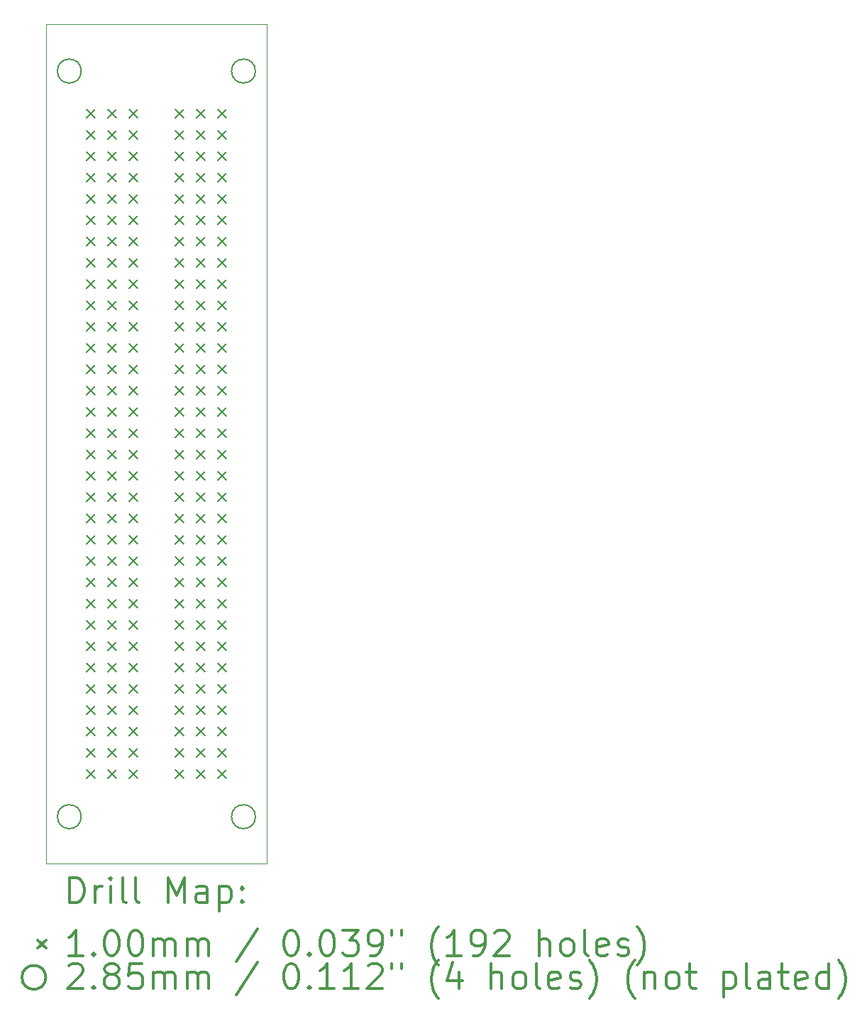
<source format=gbr>
%FSLAX45Y45*%
G04 Gerber Fmt 4.5, Leading zero omitted, Abs format (unit mm)*
G04 Created by KiCad (PCBNEW (5.1.7)-1) date 2022-02-14 00:20:51*
%MOMM*%
%LPD*%
G01*
G04 APERTURE LIST*
%TA.AperFunction,Profile*%
%ADD10C,0.100000*%
%TD*%
%ADD11C,0.200000*%
%ADD12C,0.300000*%
G04 APERTURE END LIST*
D10*
X3830000Y-1200000D02*
X3830000Y-11200000D01*
X1200000Y-1200000D02*
X3830000Y-1200000D01*
X1200000Y-11200000D02*
X1200000Y-1200000D01*
X3830000Y-11200000D02*
X1200000Y-11200000D01*
D11*
X1679500Y-2213000D02*
X1779500Y-2313000D01*
X1779500Y-2213000D02*
X1679500Y-2313000D01*
X1679500Y-2467000D02*
X1779500Y-2567000D01*
X1779500Y-2467000D02*
X1679500Y-2567000D01*
X1679500Y-2721000D02*
X1779500Y-2821000D01*
X1779500Y-2721000D02*
X1679500Y-2821000D01*
X1679500Y-2975000D02*
X1779500Y-3075000D01*
X1779500Y-2975000D02*
X1679500Y-3075000D01*
X1679500Y-3229000D02*
X1779500Y-3329000D01*
X1779500Y-3229000D02*
X1679500Y-3329000D01*
X1679500Y-3483000D02*
X1779500Y-3583000D01*
X1779500Y-3483000D02*
X1679500Y-3583000D01*
X1679500Y-3737000D02*
X1779500Y-3837000D01*
X1779500Y-3737000D02*
X1679500Y-3837000D01*
X1679500Y-3991000D02*
X1779500Y-4091000D01*
X1779500Y-3991000D02*
X1679500Y-4091000D01*
X1679500Y-4245000D02*
X1779500Y-4345000D01*
X1779500Y-4245000D02*
X1679500Y-4345000D01*
X1679500Y-4499000D02*
X1779500Y-4599000D01*
X1779500Y-4499000D02*
X1679500Y-4599000D01*
X1679500Y-4753000D02*
X1779500Y-4853000D01*
X1779500Y-4753000D02*
X1679500Y-4853000D01*
X1679500Y-5007000D02*
X1779500Y-5107000D01*
X1779500Y-5007000D02*
X1679500Y-5107000D01*
X1679500Y-5261000D02*
X1779500Y-5361000D01*
X1779500Y-5261000D02*
X1679500Y-5361000D01*
X1679500Y-5515000D02*
X1779500Y-5615000D01*
X1779500Y-5515000D02*
X1679500Y-5615000D01*
X1679500Y-5769000D02*
X1779500Y-5869000D01*
X1779500Y-5769000D02*
X1679500Y-5869000D01*
X1679500Y-6023000D02*
X1779500Y-6123000D01*
X1779500Y-6023000D02*
X1679500Y-6123000D01*
X1679500Y-6277000D02*
X1779500Y-6377000D01*
X1779500Y-6277000D02*
X1679500Y-6377000D01*
X1679500Y-6531000D02*
X1779500Y-6631000D01*
X1779500Y-6531000D02*
X1679500Y-6631000D01*
X1679500Y-6785000D02*
X1779500Y-6885000D01*
X1779500Y-6785000D02*
X1679500Y-6885000D01*
X1679500Y-7039000D02*
X1779500Y-7139000D01*
X1779500Y-7039000D02*
X1679500Y-7139000D01*
X1679500Y-7293000D02*
X1779500Y-7393000D01*
X1779500Y-7293000D02*
X1679500Y-7393000D01*
X1679500Y-7547000D02*
X1779500Y-7647000D01*
X1779500Y-7547000D02*
X1679500Y-7647000D01*
X1679500Y-7801000D02*
X1779500Y-7901000D01*
X1779500Y-7801000D02*
X1679500Y-7901000D01*
X1679500Y-8055000D02*
X1779500Y-8155000D01*
X1779500Y-8055000D02*
X1679500Y-8155000D01*
X1679500Y-8309000D02*
X1779500Y-8409000D01*
X1779500Y-8309000D02*
X1679500Y-8409000D01*
X1679500Y-8563000D02*
X1779500Y-8663000D01*
X1779500Y-8563000D02*
X1679500Y-8663000D01*
X1679500Y-8817000D02*
X1779500Y-8917000D01*
X1779500Y-8817000D02*
X1679500Y-8917000D01*
X1679500Y-9071000D02*
X1779500Y-9171000D01*
X1779500Y-9071000D02*
X1679500Y-9171000D01*
X1679500Y-9325000D02*
X1779500Y-9425000D01*
X1779500Y-9325000D02*
X1679500Y-9425000D01*
X1679500Y-9579000D02*
X1779500Y-9679000D01*
X1779500Y-9579000D02*
X1679500Y-9679000D01*
X1679500Y-9833000D02*
X1779500Y-9933000D01*
X1779500Y-9833000D02*
X1679500Y-9933000D01*
X1679500Y-10087000D02*
X1779500Y-10187000D01*
X1779500Y-10087000D02*
X1679500Y-10187000D01*
X1933500Y-2213000D02*
X2033500Y-2313000D01*
X2033500Y-2213000D02*
X1933500Y-2313000D01*
X1933500Y-2467000D02*
X2033500Y-2567000D01*
X2033500Y-2467000D02*
X1933500Y-2567000D01*
X1933500Y-2721000D02*
X2033500Y-2821000D01*
X2033500Y-2721000D02*
X1933500Y-2821000D01*
X1933500Y-2975000D02*
X2033500Y-3075000D01*
X2033500Y-2975000D02*
X1933500Y-3075000D01*
X1933500Y-3229000D02*
X2033500Y-3329000D01*
X2033500Y-3229000D02*
X1933500Y-3329000D01*
X1933500Y-3483000D02*
X2033500Y-3583000D01*
X2033500Y-3483000D02*
X1933500Y-3583000D01*
X1933500Y-3737000D02*
X2033500Y-3837000D01*
X2033500Y-3737000D02*
X1933500Y-3837000D01*
X1933500Y-3991000D02*
X2033500Y-4091000D01*
X2033500Y-3991000D02*
X1933500Y-4091000D01*
X1933500Y-4245000D02*
X2033500Y-4345000D01*
X2033500Y-4245000D02*
X1933500Y-4345000D01*
X1933500Y-4499000D02*
X2033500Y-4599000D01*
X2033500Y-4499000D02*
X1933500Y-4599000D01*
X1933500Y-4753000D02*
X2033500Y-4853000D01*
X2033500Y-4753000D02*
X1933500Y-4853000D01*
X1933500Y-5007000D02*
X2033500Y-5107000D01*
X2033500Y-5007000D02*
X1933500Y-5107000D01*
X1933500Y-5261000D02*
X2033500Y-5361000D01*
X2033500Y-5261000D02*
X1933500Y-5361000D01*
X1933500Y-5515000D02*
X2033500Y-5615000D01*
X2033500Y-5515000D02*
X1933500Y-5615000D01*
X1933500Y-5769000D02*
X2033500Y-5869000D01*
X2033500Y-5769000D02*
X1933500Y-5869000D01*
X1933500Y-6023000D02*
X2033500Y-6123000D01*
X2033500Y-6023000D02*
X1933500Y-6123000D01*
X1933500Y-6277000D02*
X2033500Y-6377000D01*
X2033500Y-6277000D02*
X1933500Y-6377000D01*
X1933500Y-6531000D02*
X2033500Y-6631000D01*
X2033500Y-6531000D02*
X1933500Y-6631000D01*
X1933500Y-6785000D02*
X2033500Y-6885000D01*
X2033500Y-6785000D02*
X1933500Y-6885000D01*
X1933500Y-7039000D02*
X2033500Y-7139000D01*
X2033500Y-7039000D02*
X1933500Y-7139000D01*
X1933500Y-7293000D02*
X2033500Y-7393000D01*
X2033500Y-7293000D02*
X1933500Y-7393000D01*
X1933500Y-7547000D02*
X2033500Y-7647000D01*
X2033500Y-7547000D02*
X1933500Y-7647000D01*
X1933500Y-7801000D02*
X2033500Y-7901000D01*
X2033500Y-7801000D02*
X1933500Y-7901000D01*
X1933500Y-8055000D02*
X2033500Y-8155000D01*
X2033500Y-8055000D02*
X1933500Y-8155000D01*
X1933500Y-8309000D02*
X2033500Y-8409000D01*
X2033500Y-8309000D02*
X1933500Y-8409000D01*
X1933500Y-8563000D02*
X2033500Y-8663000D01*
X2033500Y-8563000D02*
X1933500Y-8663000D01*
X1933500Y-8817000D02*
X2033500Y-8917000D01*
X2033500Y-8817000D02*
X1933500Y-8917000D01*
X1933500Y-9071000D02*
X2033500Y-9171000D01*
X2033500Y-9071000D02*
X1933500Y-9171000D01*
X1933500Y-9325000D02*
X2033500Y-9425000D01*
X2033500Y-9325000D02*
X1933500Y-9425000D01*
X1933500Y-9579000D02*
X2033500Y-9679000D01*
X2033500Y-9579000D02*
X1933500Y-9679000D01*
X1933500Y-9833000D02*
X2033500Y-9933000D01*
X2033500Y-9833000D02*
X1933500Y-9933000D01*
X1933500Y-10087000D02*
X2033500Y-10187000D01*
X2033500Y-10087000D02*
X1933500Y-10187000D01*
X2187500Y-2213000D02*
X2287500Y-2313000D01*
X2287500Y-2213000D02*
X2187500Y-2313000D01*
X2187500Y-2467000D02*
X2287500Y-2567000D01*
X2287500Y-2467000D02*
X2187500Y-2567000D01*
X2187500Y-2721000D02*
X2287500Y-2821000D01*
X2287500Y-2721000D02*
X2187500Y-2821000D01*
X2187500Y-2975000D02*
X2287500Y-3075000D01*
X2287500Y-2975000D02*
X2187500Y-3075000D01*
X2187500Y-3229000D02*
X2287500Y-3329000D01*
X2287500Y-3229000D02*
X2187500Y-3329000D01*
X2187500Y-3483000D02*
X2287500Y-3583000D01*
X2287500Y-3483000D02*
X2187500Y-3583000D01*
X2187500Y-3737000D02*
X2287500Y-3837000D01*
X2287500Y-3737000D02*
X2187500Y-3837000D01*
X2187500Y-3991000D02*
X2287500Y-4091000D01*
X2287500Y-3991000D02*
X2187500Y-4091000D01*
X2187500Y-4245000D02*
X2287500Y-4345000D01*
X2287500Y-4245000D02*
X2187500Y-4345000D01*
X2187500Y-4499000D02*
X2287500Y-4599000D01*
X2287500Y-4499000D02*
X2187500Y-4599000D01*
X2187500Y-4753000D02*
X2287500Y-4853000D01*
X2287500Y-4753000D02*
X2187500Y-4853000D01*
X2187500Y-5007000D02*
X2287500Y-5107000D01*
X2287500Y-5007000D02*
X2187500Y-5107000D01*
X2187500Y-5261000D02*
X2287500Y-5361000D01*
X2287500Y-5261000D02*
X2187500Y-5361000D01*
X2187500Y-5515000D02*
X2287500Y-5615000D01*
X2287500Y-5515000D02*
X2187500Y-5615000D01*
X2187500Y-5769000D02*
X2287500Y-5869000D01*
X2287500Y-5769000D02*
X2187500Y-5869000D01*
X2187500Y-6023000D02*
X2287500Y-6123000D01*
X2287500Y-6023000D02*
X2187500Y-6123000D01*
X2187500Y-6277000D02*
X2287500Y-6377000D01*
X2287500Y-6277000D02*
X2187500Y-6377000D01*
X2187500Y-6531000D02*
X2287500Y-6631000D01*
X2287500Y-6531000D02*
X2187500Y-6631000D01*
X2187500Y-6785000D02*
X2287500Y-6885000D01*
X2287500Y-6785000D02*
X2187500Y-6885000D01*
X2187500Y-7039000D02*
X2287500Y-7139000D01*
X2287500Y-7039000D02*
X2187500Y-7139000D01*
X2187500Y-7293000D02*
X2287500Y-7393000D01*
X2287500Y-7293000D02*
X2187500Y-7393000D01*
X2187500Y-7547000D02*
X2287500Y-7647000D01*
X2287500Y-7547000D02*
X2187500Y-7647000D01*
X2187500Y-7801000D02*
X2287500Y-7901000D01*
X2287500Y-7801000D02*
X2187500Y-7901000D01*
X2187500Y-8055000D02*
X2287500Y-8155000D01*
X2287500Y-8055000D02*
X2187500Y-8155000D01*
X2187500Y-8309000D02*
X2287500Y-8409000D01*
X2287500Y-8309000D02*
X2187500Y-8409000D01*
X2187500Y-8563000D02*
X2287500Y-8663000D01*
X2287500Y-8563000D02*
X2187500Y-8663000D01*
X2187500Y-8817000D02*
X2287500Y-8917000D01*
X2287500Y-8817000D02*
X2187500Y-8917000D01*
X2187500Y-9071000D02*
X2287500Y-9171000D01*
X2287500Y-9071000D02*
X2187500Y-9171000D01*
X2187500Y-9325000D02*
X2287500Y-9425000D01*
X2287500Y-9325000D02*
X2187500Y-9425000D01*
X2187500Y-9579000D02*
X2287500Y-9679000D01*
X2287500Y-9579000D02*
X2187500Y-9679000D01*
X2187500Y-9833000D02*
X2287500Y-9933000D01*
X2287500Y-9833000D02*
X2187500Y-9933000D01*
X2187500Y-10087000D02*
X2287500Y-10187000D01*
X2287500Y-10087000D02*
X2187500Y-10187000D01*
X2742000Y-2213000D02*
X2842000Y-2313000D01*
X2842000Y-2213000D02*
X2742000Y-2313000D01*
X2742000Y-2467000D02*
X2842000Y-2567000D01*
X2842000Y-2467000D02*
X2742000Y-2567000D01*
X2742000Y-2721000D02*
X2842000Y-2821000D01*
X2842000Y-2721000D02*
X2742000Y-2821000D01*
X2742000Y-2975000D02*
X2842000Y-3075000D01*
X2842000Y-2975000D02*
X2742000Y-3075000D01*
X2742000Y-3229000D02*
X2842000Y-3329000D01*
X2842000Y-3229000D02*
X2742000Y-3329000D01*
X2742000Y-3483000D02*
X2842000Y-3583000D01*
X2842000Y-3483000D02*
X2742000Y-3583000D01*
X2742000Y-3737000D02*
X2842000Y-3837000D01*
X2842000Y-3737000D02*
X2742000Y-3837000D01*
X2742000Y-3991000D02*
X2842000Y-4091000D01*
X2842000Y-3991000D02*
X2742000Y-4091000D01*
X2742000Y-4245000D02*
X2842000Y-4345000D01*
X2842000Y-4245000D02*
X2742000Y-4345000D01*
X2742000Y-4499000D02*
X2842000Y-4599000D01*
X2842000Y-4499000D02*
X2742000Y-4599000D01*
X2742000Y-4753000D02*
X2842000Y-4853000D01*
X2842000Y-4753000D02*
X2742000Y-4853000D01*
X2742000Y-5007000D02*
X2842000Y-5107000D01*
X2842000Y-5007000D02*
X2742000Y-5107000D01*
X2742000Y-5261000D02*
X2842000Y-5361000D01*
X2842000Y-5261000D02*
X2742000Y-5361000D01*
X2742000Y-5515000D02*
X2842000Y-5615000D01*
X2842000Y-5515000D02*
X2742000Y-5615000D01*
X2742000Y-5769000D02*
X2842000Y-5869000D01*
X2842000Y-5769000D02*
X2742000Y-5869000D01*
X2742000Y-6023000D02*
X2842000Y-6123000D01*
X2842000Y-6023000D02*
X2742000Y-6123000D01*
X2742000Y-6277000D02*
X2842000Y-6377000D01*
X2842000Y-6277000D02*
X2742000Y-6377000D01*
X2742000Y-6531000D02*
X2842000Y-6631000D01*
X2842000Y-6531000D02*
X2742000Y-6631000D01*
X2742000Y-6785000D02*
X2842000Y-6885000D01*
X2842000Y-6785000D02*
X2742000Y-6885000D01*
X2742000Y-7039000D02*
X2842000Y-7139000D01*
X2842000Y-7039000D02*
X2742000Y-7139000D01*
X2742000Y-7293000D02*
X2842000Y-7393000D01*
X2842000Y-7293000D02*
X2742000Y-7393000D01*
X2742000Y-7547000D02*
X2842000Y-7647000D01*
X2842000Y-7547000D02*
X2742000Y-7647000D01*
X2742000Y-7801000D02*
X2842000Y-7901000D01*
X2842000Y-7801000D02*
X2742000Y-7901000D01*
X2742000Y-8055000D02*
X2842000Y-8155000D01*
X2842000Y-8055000D02*
X2742000Y-8155000D01*
X2742000Y-8309000D02*
X2842000Y-8409000D01*
X2842000Y-8309000D02*
X2742000Y-8409000D01*
X2742000Y-8563000D02*
X2842000Y-8663000D01*
X2842000Y-8563000D02*
X2742000Y-8663000D01*
X2742000Y-8817000D02*
X2842000Y-8917000D01*
X2842000Y-8817000D02*
X2742000Y-8917000D01*
X2742000Y-9071000D02*
X2842000Y-9171000D01*
X2842000Y-9071000D02*
X2742000Y-9171000D01*
X2742000Y-9325000D02*
X2842000Y-9425000D01*
X2842000Y-9325000D02*
X2742000Y-9425000D01*
X2742000Y-9579000D02*
X2842000Y-9679000D01*
X2842000Y-9579000D02*
X2742000Y-9679000D01*
X2742000Y-9833000D02*
X2842000Y-9933000D01*
X2842000Y-9833000D02*
X2742000Y-9933000D01*
X2742000Y-10087000D02*
X2842000Y-10187000D01*
X2842000Y-10087000D02*
X2742000Y-10187000D01*
X2996000Y-2213000D02*
X3096000Y-2313000D01*
X3096000Y-2213000D02*
X2996000Y-2313000D01*
X2996000Y-2467000D02*
X3096000Y-2567000D01*
X3096000Y-2467000D02*
X2996000Y-2567000D01*
X2996000Y-2721000D02*
X3096000Y-2821000D01*
X3096000Y-2721000D02*
X2996000Y-2821000D01*
X2996000Y-2975000D02*
X3096000Y-3075000D01*
X3096000Y-2975000D02*
X2996000Y-3075000D01*
X2996000Y-3229000D02*
X3096000Y-3329000D01*
X3096000Y-3229000D02*
X2996000Y-3329000D01*
X2996000Y-3483000D02*
X3096000Y-3583000D01*
X3096000Y-3483000D02*
X2996000Y-3583000D01*
X2996000Y-3737000D02*
X3096000Y-3837000D01*
X3096000Y-3737000D02*
X2996000Y-3837000D01*
X2996000Y-3991000D02*
X3096000Y-4091000D01*
X3096000Y-3991000D02*
X2996000Y-4091000D01*
X2996000Y-4245000D02*
X3096000Y-4345000D01*
X3096000Y-4245000D02*
X2996000Y-4345000D01*
X2996000Y-4499000D02*
X3096000Y-4599000D01*
X3096000Y-4499000D02*
X2996000Y-4599000D01*
X2996000Y-4753000D02*
X3096000Y-4853000D01*
X3096000Y-4753000D02*
X2996000Y-4853000D01*
X2996000Y-5007000D02*
X3096000Y-5107000D01*
X3096000Y-5007000D02*
X2996000Y-5107000D01*
X2996000Y-5261000D02*
X3096000Y-5361000D01*
X3096000Y-5261000D02*
X2996000Y-5361000D01*
X2996000Y-5515000D02*
X3096000Y-5615000D01*
X3096000Y-5515000D02*
X2996000Y-5615000D01*
X2996000Y-5769000D02*
X3096000Y-5869000D01*
X3096000Y-5769000D02*
X2996000Y-5869000D01*
X2996000Y-6023000D02*
X3096000Y-6123000D01*
X3096000Y-6023000D02*
X2996000Y-6123000D01*
X2996000Y-6277000D02*
X3096000Y-6377000D01*
X3096000Y-6277000D02*
X2996000Y-6377000D01*
X2996000Y-6531000D02*
X3096000Y-6631000D01*
X3096000Y-6531000D02*
X2996000Y-6631000D01*
X2996000Y-6785000D02*
X3096000Y-6885000D01*
X3096000Y-6785000D02*
X2996000Y-6885000D01*
X2996000Y-7039000D02*
X3096000Y-7139000D01*
X3096000Y-7039000D02*
X2996000Y-7139000D01*
X2996000Y-7293000D02*
X3096000Y-7393000D01*
X3096000Y-7293000D02*
X2996000Y-7393000D01*
X2996000Y-7547000D02*
X3096000Y-7647000D01*
X3096000Y-7547000D02*
X2996000Y-7647000D01*
X2996000Y-7801000D02*
X3096000Y-7901000D01*
X3096000Y-7801000D02*
X2996000Y-7901000D01*
X2996000Y-8055000D02*
X3096000Y-8155000D01*
X3096000Y-8055000D02*
X2996000Y-8155000D01*
X2996000Y-8309000D02*
X3096000Y-8409000D01*
X3096000Y-8309000D02*
X2996000Y-8409000D01*
X2996000Y-8563000D02*
X3096000Y-8663000D01*
X3096000Y-8563000D02*
X2996000Y-8663000D01*
X2996000Y-8817000D02*
X3096000Y-8917000D01*
X3096000Y-8817000D02*
X2996000Y-8917000D01*
X2996000Y-9071000D02*
X3096000Y-9171000D01*
X3096000Y-9071000D02*
X2996000Y-9171000D01*
X2996000Y-9325000D02*
X3096000Y-9425000D01*
X3096000Y-9325000D02*
X2996000Y-9425000D01*
X2996000Y-9579000D02*
X3096000Y-9679000D01*
X3096000Y-9579000D02*
X2996000Y-9679000D01*
X2996000Y-9833000D02*
X3096000Y-9933000D01*
X3096000Y-9833000D02*
X2996000Y-9933000D01*
X2996000Y-10087000D02*
X3096000Y-10187000D01*
X3096000Y-10087000D02*
X2996000Y-10187000D01*
X3250000Y-2213000D02*
X3350000Y-2313000D01*
X3350000Y-2213000D02*
X3250000Y-2313000D01*
X3250000Y-2467000D02*
X3350000Y-2567000D01*
X3350000Y-2467000D02*
X3250000Y-2567000D01*
X3250000Y-2721000D02*
X3350000Y-2821000D01*
X3350000Y-2721000D02*
X3250000Y-2821000D01*
X3250000Y-2975000D02*
X3350000Y-3075000D01*
X3350000Y-2975000D02*
X3250000Y-3075000D01*
X3250000Y-3229000D02*
X3350000Y-3329000D01*
X3350000Y-3229000D02*
X3250000Y-3329000D01*
X3250000Y-3483000D02*
X3350000Y-3583000D01*
X3350000Y-3483000D02*
X3250000Y-3583000D01*
X3250000Y-3737000D02*
X3350000Y-3837000D01*
X3350000Y-3737000D02*
X3250000Y-3837000D01*
X3250000Y-3991000D02*
X3350000Y-4091000D01*
X3350000Y-3991000D02*
X3250000Y-4091000D01*
X3250000Y-4245000D02*
X3350000Y-4345000D01*
X3350000Y-4245000D02*
X3250000Y-4345000D01*
X3250000Y-4499000D02*
X3350000Y-4599000D01*
X3350000Y-4499000D02*
X3250000Y-4599000D01*
X3250000Y-4753000D02*
X3350000Y-4853000D01*
X3350000Y-4753000D02*
X3250000Y-4853000D01*
X3250000Y-5007000D02*
X3350000Y-5107000D01*
X3350000Y-5007000D02*
X3250000Y-5107000D01*
X3250000Y-5261000D02*
X3350000Y-5361000D01*
X3350000Y-5261000D02*
X3250000Y-5361000D01*
X3250000Y-5515000D02*
X3350000Y-5615000D01*
X3350000Y-5515000D02*
X3250000Y-5615000D01*
X3250000Y-5769000D02*
X3350000Y-5869000D01*
X3350000Y-5769000D02*
X3250000Y-5869000D01*
X3250000Y-6023000D02*
X3350000Y-6123000D01*
X3350000Y-6023000D02*
X3250000Y-6123000D01*
X3250000Y-6277000D02*
X3350000Y-6377000D01*
X3350000Y-6277000D02*
X3250000Y-6377000D01*
X3250000Y-6531000D02*
X3350000Y-6631000D01*
X3350000Y-6531000D02*
X3250000Y-6631000D01*
X3250000Y-6785000D02*
X3350000Y-6885000D01*
X3350000Y-6785000D02*
X3250000Y-6885000D01*
X3250000Y-7039000D02*
X3350000Y-7139000D01*
X3350000Y-7039000D02*
X3250000Y-7139000D01*
X3250000Y-7293000D02*
X3350000Y-7393000D01*
X3350000Y-7293000D02*
X3250000Y-7393000D01*
X3250000Y-7547000D02*
X3350000Y-7647000D01*
X3350000Y-7547000D02*
X3250000Y-7647000D01*
X3250000Y-7801000D02*
X3350000Y-7901000D01*
X3350000Y-7801000D02*
X3250000Y-7901000D01*
X3250000Y-8055000D02*
X3350000Y-8155000D01*
X3350000Y-8055000D02*
X3250000Y-8155000D01*
X3250000Y-8309000D02*
X3350000Y-8409000D01*
X3350000Y-8309000D02*
X3250000Y-8409000D01*
X3250000Y-8563000D02*
X3350000Y-8663000D01*
X3350000Y-8563000D02*
X3250000Y-8663000D01*
X3250000Y-8817000D02*
X3350000Y-8917000D01*
X3350000Y-8817000D02*
X3250000Y-8917000D01*
X3250000Y-9071000D02*
X3350000Y-9171000D01*
X3350000Y-9071000D02*
X3250000Y-9171000D01*
X3250000Y-9325000D02*
X3350000Y-9425000D01*
X3350000Y-9325000D02*
X3250000Y-9425000D01*
X3250000Y-9579000D02*
X3350000Y-9679000D01*
X3350000Y-9579000D02*
X3250000Y-9679000D01*
X3250000Y-9833000D02*
X3350000Y-9933000D01*
X3350000Y-9833000D02*
X3250000Y-9933000D01*
X3250000Y-10087000D02*
X3350000Y-10187000D01*
X3350000Y-10087000D02*
X3250000Y-10187000D01*
X1618000Y-1755000D02*
G75*
G03*
X1618000Y-1755000I-142500J0D01*
G01*
X1618000Y-10645000D02*
G75*
G03*
X1618000Y-10645000I-142500J0D01*
G01*
X3696500Y-1755000D02*
G75*
G03*
X3696500Y-1755000I-142500J0D01*
G01*
X3696500Y-10645000D02*
G75*
G03*
X3696500Y-10645000I-142500J0D01*
G01*
D12*
X1481428Y-11670714D02*
X1481428Y-11370714D01*
X1552857Y-11370714D01*
X1595714Y-11385000D01*
X1624286Y-11413571D01*
X1638571Y-11442143D01*
X1652857Y-11499286D01*
X1652857Y-11542143D01*
X1638571Y-11599286D01*
X1624286Y-11627857D01*
X1595714Y-11656429D01*
X1552857Y-11670714D01*
X1481428Y-11670714D01*
X1781428Y-11670714D02*
X1781428Y-11470714D01*
X1781428Y-11527857D02*
X1795714Y-11499286D01*
X1810000Y-11485000D01*
X1838571Y-11470714D01*
X1867143Y-11470714D01*
X1967143Y-11670714D02*
X1967143Y-11470714D01*
X1967143Y-11370714D02*
X1952857Y-11385000D01*
X1967143Y-11399286D01*
X1981428Y-11385000D01*
X1967143Y-11370714D01*
X1967143Y-11399286D01*
X2152857Y-11670714D02*
X2124286Y-11656429D01*
X2110000Y-11627857D01*
X2110000Y-11370714D01*
X2310000Y-11670714D02*
X2281428Y-11656429D01*
X2267143Y-11627857D01*
X2267143Y-11370714D01*
X2652857Y-11670714D02*
X2652857Y-11370714D01*
X2752857Y-11585000D01*
X2852857Y-11370714D01*
X2852857Y-11670714D01*
X3124286Y-11670714D02*
X3124286Y-11513571D01*
X3110000Y-11485000D01*
X3081428Y-11470714D01*
X3024286Y-11470714D01*
X2995714Y-11485000D01*
X3124286Y-11656429D02*
X3095714Y-11670714D01*
X3024286Y-11670714D01*
X2995714Y-11656429D01*
X2981428Y-11627857D01*
X2981428Y-11599286D01*
X2995714Y-11570714D01*
X3024286Y-11556429D01*
X3095714Y-11556429D01*
X3124286Y-11542143D01*
X3267143Y-11470714D02*
X3267143Y-11770714D01*
X3267143Y-11485000D02*
X3295714Y-11470714D01*
X3352857Y-11470714D01*
X3381428Y-11485000D01*
X3395714Y-11499286D01*
X3410000Y-11527857D01*
X3410000Y-11613571D01*
X3395714Y-11642143D01*
X3381428Y-11656429D01*
X3352857Y-11670714D01*
X3295714Y-11670714D01*
X3267143Y-11656429D01*
X3538571Y-11642143D02*
X3552857Y-11656429D01*
X3538571Y-11670714D01*
X3524286Y-11656429D01*
X3538571Y-11642143D01*
X3538571Y-11670714D01*
X3538571Y-11485000D02*
X3552857Y-11499286D01*
X3538571Y-11513571D01*
X3524286Y-11499286D01*
X3538571Y-11485000D01*
X3538571Y-11513571D01*
X1095000Y-12115000D02*
X1195000Y-12215000D01*
X1195000Y-12115000D02*
X1095000Y-12215000D01*
X1638571Y-12300714D02*
X1467143Y-12300714D01*
X1552857Y-12300714D02*
X1552857Y-12000714D01*
X1524286Y-12043571D01*
X1495714Y-12072143D01*
X1467143Y-12086429D01*
X1767143Y-12272143D02*
X1781428Y-12286429D01*
X1767143Y-12300714D01*
X1752857Y-12286429D01*
X1767143Y-12272143D01*
X1767143Y-12300714D01*
X1967143Y-12000714D02*
X1995714Y-12000714D01*
X2024286Y-12015000D01*
X2038571Y-12029286D01*
X2052857Y-12057857D01*
X2067143Y-12115000D01*
X2067143Y-12186429D01*
X2052857Y-12243571D01*
X2038571Y-12272143D01*
X2024286Y-12286429D01*
X1995714Y-12300714D01*
X1967143Y-12300714D01*
X1938571Y-12286429D01*
X1924286Y-12272143D01*
X1910000Y-12243571D01*
X1895714Y-12186429D01*
X1895714Y-12115000D01*
X1910000Y-12057857D01*
X1924286Y-12029286D01*
X1938571Y-12015000D01*
X1967143Y-12000714D01*
X2252857Y-12000714D02*
X2281428Y-12000714D01*
X2310000Y-12015000D01*
X2324286Y-12029286D01*
X2338571Y-12057857D01*
X2352857Y-12115000D01*
X2352857Y-12186429D01*
X2338571Y-12243571D01*
X2324286Y-12272143D01*
X2310000Y-12286429D01*
X2281428Y-12300714D01*
X2252857Y-12300714D01*
X2224286Y-12286429D01*
X2210000Y-12272143D01*
X2195714Y-12243571D01*
X2181428Y-12186429D01*
X2181428Y-12115000D01*
X2195714Y-12057857D01*
X2210000Y-12029286D01*
X2224286Y-12015000D01*
X2252857Y-12000714D01*
X2481428Y-12300714D02*
X2481428Y-12100714D01*
X2481428Y-12129286D02*
X2495714Y-12115000D01*
X2524286Y-12100714D01*
X2567143Y-12100714D01*
X2595714Y-12115000D01*
X2610000Y-12143571D01*
X2610000Y-12300714D01*
X2610000Y-12143571D02*
X2624286Y-12115000D01*
X2652857Y-12100714D01*
X2695714Y-12100714D01*
X2724286Y-12115000D01*
X2738571Y-12143571D01*
X2738571Y-12300714D01*
X2881428Y-12300714D02*
X2881428Y-12100714D01*
X2881428Y-12129286D02*
X2895714Y-12115000D01*
X2924286Y-12100714D01*
X2967143Y-12100714D01*
X2995714Y-12115000D01*
X3010000Y-12143571D01*
X3010000Y-12300714D01*
X3010000Y-12143571D02*
X3024286Y-12115000D01*
X3052857Y-12100714D01*
X3095714Y-12100714D01*
X3124286Y-12115000D01*
X3138571Y-12143571D01*
X3138571Y-12300714D01*
X3724286Y-11986429D02*
X3467143Y-12372143D01*
X4110000Y-12000714D02*
X4138571Y-12000714D01*
X4167143Y-12015000D01*
X4181428Y-12029286D01*
X4195714Y-12057857D01*
X4210000Y-12115000D01*
X4210000Y-12186429D01*
X4195714Y-12243571D01*
X4181428Y-12272143D01*
X4167143Y-12286429D01*
X4138571Y-12300714D01*
X4110000Y-12300714D01*
X4081428Y-12286429D01*
X4067143Y-12272143D01*
X4052857Y-12243571D01*
X4038571Y-12186429D01*
X4038571Y-12115000D01*
X4052857Y-12057857D01*
X4067143Y-12029286D01*
X4081428Y-12015000D01*
X4110000Y-12000714D01*
X4338571Y-12272143D02*
X4352857Y-12286429D01*
X4338571Y-12300714D01*
X4324286Y-12286429D01*
X4338571Y-12272143D01*
X4338571Y-12300714D01*
X4538571Y-12000714D02*
X4567143Y-12000714D01*
X4595714Y-12015000D01*
X4610000Y-12029286D01*
X4624286Y-12057857D01*
X4638571Y-12115000D01*
X4638571Y-12186429D01*
X4624286Y-12243571D01*
X4610000Y-12272143D01*
X4595714Y-12286429D01*
X4567143Y-12300714D01*
X4538571Y-12300714D01*
X4510000Y-12286429D01*
X4495714Y-12272143D01*
X4481428Y-12243571D01*
X4467143Y-12186429D01*
X4467143Y-12115000D01*
X4481428Y-12057857D01*
X4495714Y-12029286D01*
X4510000Y-12015000D01*
X4538571Y-12000714D01*
X4738571Y-12000714D02*
X4924286Y-12000714D01*
X4824286Y-12115000D01*
X4867143Y-12115000D01*
X4895714Y-12129286D01*
X4910000Y-12143571D01*
X4924286Y-12172143D01*
X4924286Y-12243571D01*
X4910000Y-12272143D01*
X4895714Y-12286429D01*
X4867143Y-12300714D01*
X4781428Y-12300714D01*
X4752857Y-12286429D01*
X4738571Y-12272143D01*
X5067143Y-12300714D02*
X5124286Y-12300714D01*
X5152857Y-12286429D01*
X5167143Y-12272143D01*
X5195714Y-12229286D01*
X5210000Y-12172143D01*
X5210000Y-12057857D01*
X5195714Y-12029286D01*
X5181428Y-12015000D01*
X5152857Y-12000714D01*
X5095714Y-12000714D01*
X5067143Y-12015000D01*
X5052857Y-12029286D01*
X5038571Y-12057857D01*
X5038571Y-12129286D01*
X5052857Y-12157857D01*
X5067143Y-12172143D01*
X5095714Y-12186429D01*
X5152857Y-12186429D01*
X5181428Y-12172143D01*
X5195714Y-12157857D01*
X5210000Y-12129286D01*
X5324286Y-12000714D02*
X5324286Y-12057857D01*
X5438571Y-12000714D02*
X5438571Y-12057857D01*
X5881428Y-12415000D02*
X5867143Y-12400714D01*
X5838571Y-12357857D01*
X5824286Y-12329286D01*
X5810000Y-12286429D01*
X5795714Y-12215000D01*
X5795714Y-12157857D01*
X5810000Y-12086429D01*
X5824286Y-12043571D01*
X5838571Y-12015000D01*
X5867143Y-11972143D01*
X5881428Y-11957857D01*
X6152857Y-12300714D02*
X5981428Y-12300714D01*
X6067143Y-12300714D02*
X6067143Y-12000714D01*
X6038571Y-12043571D01*
X6010000Y-12072143D01*
X5981428Y-12086429D01*
X6295714Y-12300714D02*
X6352857Y-12300714D01*
X6381428Y-12286429D01*
X6395714Y-12272143D01*
X6424286Y-12229286D01*
X6438571Y-12172143D01*
X6438571Y-12057857D01*
X6424286Y-12029286D01*
X6410000Y-12015000D01*
X6381428Y-12000714D01*
X6324286Y-12000714D01*
X6295714Y-12015000D01*
X6281428Y-12029286D01*
X6267143Y-12057857D01*
X6267143Y-12129286D01*
X6281428Y-12157857D01*
X6295714Y-12172143D01*
X6324286Y-12186429D01*
X6381428Y-12186429D01*
X6410000Y-12172143D01*
X6424286Y-12157857D01*
X6438571Y-12129286D01*
X6552857Y-12029286D02*
X6567143Y-12015000D01*
X6595714Y-12000714D01*
X6667143Y-12000714D01*
X6695714Y-12015000D01*
X6710000Y-12029286D01*
X6724286Y-12057857D01*
X6724286Y-12086429D01*
X6710000Y-12129286D01*
X6538571Y-12300714D01*
X6724286Y-12300714D01*
X7081428Y-12300714D02*
X7081428Y-12000714D01*
X7210000Y-12300714D02*
X7210000Y-12143571D01*
X7195714Y-12115000D01*
X7167143Y-12100714D01*
X7124286Y-12100714D01*
X7095714Y-12115000D01*
X7081428Y-12129286D01*
X7395714Y-12300714D02*
X7367143Y-12286429D01*
X7352857Y-12272143D01*
X7338571Y-12243571D01*
X7338571Y-12157857D01*
X7352857Y-12129286D01*
X7367143Y-12115000D01*
X7395714Y-12100714D01*
X7438571Y-12100714D01*
X7467143Y-12115000D01*
X7481428Y-12129286D01*
X7495714Y-12157857D01*
X7495714Y-12243571D01*
X7481428Y-12272143D01*
X7467143Y-12286429D01*
X7438571Y-12300714D01*
X7395714Y-12300714D01*
X7667143Y-12300714D02*
X7638571Y-12286429D01*
X7624286Y-12257857D01*
X7624286Y-12000714D01*
X7895714Y-12286429D02*
X7867143Y-12300714D01*
X7810000Y-12300714D01*
X7781428Y-12286429D01*
X7767143Y-12257857D01*
X7767143Y-12143571D01*
X7781428Y-12115000D01*
X7810000Y-12100714D01*
X7867143Y-12100714D01*
X7895714Y-12115000D01*
X7910000Y-12143571D01*
X7910000Y-12172143D01*
X7767143Y-12200714D01*
X8024286Y-12286429D02*
X8052857Y-12300714D01*
X8110000Y-12300714D01*
X8138571Y-12286429D01*
X8152857Y-12257857D01*
X8152857Y-12243571D01*
X8138571Y-12215000D01*
X8110000Y-12200714D01*
X8067143Y-12200714D01*
X8038571Y-12186429D01*
X8024286Y-12157857D01*
X8024286Y-12143571D01*
X8038571Y-12115000D01*
X8067143Y-12100714D01*
X8110000Y-12100714D01*
X8138571Y-12115000D01*
X8252857Y-12415000D02*
X8267143Y-12400714D01*
X8295714Y-12357857D01*
X8310000Y-12329286D01*
X8324286Y-12286429D01*
X8338571Y-12215000D01*
X8338571Y-12157857D01*
X8324286Y-12086429D01*
X8310000Y-12043571D01*
X8295714Y-12015000D01*
X8267143Y-11972143D01*
X8252857Y-11957857D01*
X1195000Y-12561000D02*
G75*
G03*
X1195000Y-12561000I-142500J0D01*
G01*
X1467143Y-12425286D02*
X1481428Y-12411000D01*
X1510000Y-12396714D01*
X1581428Y-12396714D01*
X1610000Y-12411000D01*
X1624286Y-12425286D01*
X1638571Y-12453857D01*
X1638571Y-12482429D01*
X1624286Y-12525286D01*
X1452857Y-12696714D01*
X1638571Y-12696714D01*
X1767143Y-12668143D02*
X1781428Y-12682429D01*
X1767143Y-12696714D01*
X1752857Y-12682429D01*
X1767143Y-12668143D01*
X1767143Y-12696714D01*
X1952857Y-12525286D02*
X1924286Y-12511000D01*
X1910000Y-12496714D01*
X1895714Y-12468143D01*
X1895714Y-12453857D01*
X1910000Y-12425286D01*
X1924286Y-12411000D01*
X1952857Y-12396714D01*
X2010000Y-12396714D01*
X2038571Y-12411000D01*
X2052857Y-12425286D01*
X2067143Y-12453857D01*
X2067143Y-12468143D01*
X2052857Y-12496714D01*
X2038571Y-12511000D01*
X2010000Y-12525286D01*
X1952857Y-12525286D01*
X1924286Y-12539571D01*
X1910000Y-12553857D01*
X1895714Y-12582429D01*
X1895714Y-12639571D01*
X1910000Y-12668143D01*
X1924286Y-12682429D01*
X1952857Y-12696714D01*
X2010000Y-12696714D01*
X2038571Y-12682429D01*
X2052857Y-12668143D01*
X2067143Y-12639571D01*
X2067143Y-12582429D01*
X2052857Y-12553857D01*
X2038571Y-12539571D01*
X2010000Y-12525286D01*
X2338571Y-12396714D02*
X2195714Y-12396714D01*
X2181428Y-12539571D01*
X2195714Y-12525286D01*
X2224286Y-12511000D01*
X2295714Y-12511000D01*
X2324286Y-12525286D01*
X2338571Y-12539571D01*
X2352857Y-12568143D01*
X2352857Y-12639571D01*
X2338571Y-12668143D01*
X2324286Y-12682429D01*
X2295714Y-12696714D01*
X2224286Y-12696714D01*
X2195714Y-12682429D01*
X2181428Y-12668143D01*
X2481428Y-12696714D02*
X2481428Y-12496714D01*
X2481428Y-12525286D02*
X2495714Y-12511000D01*
X2524286Y-12496714D01*
X2567143Y-12496714D01*
X2595714Y-12511000D01*
X2610000Y-12539571D01*
X2610000Y-12696714D01*
X2610000Y-12539571D02*
X2624286Y-12511000D01*
X2652857Y-12496714D01*
X2695714Y-12496714D01*
X2724286Y-12511000D01*
X2738571Y-12539571D01*
X2738571Y-12696714D01*
X2881428Y-12696714D02*
X2881428Y-12496714D01*
X2881428Y-12525286D02*
X2895714Y-12511000D01*
X2924286Y-12496714D01*
X2967143Y-12496714D01*
X2995714Y-12511000D01*
X3010000Y-12539571D01*
X3010000Y-12696714D01*
X3010000Y-12539571D02*
X3024286Y-12511000D01*
X3052857Y-12496714D01*
X3095714Y-12496714D01*
X3124286Y-12511000D01*
X3138571Y-12539571D01*
X3138571Y-12696714D01*
X3724286Y-12382429D02*
X3467143Y-12768143D01*
X4110000Y-12396714D02*
X4138571Y-12396714D01*
X4167143Y-12411000D01*
X4181428Y-12425286D01*
X4195714Y-12453857D01*
X4210000Y-12511000D01*
X4210000Y-12582429D01*
X4195714Y-12639571D01*
X4181428Y-12668143D01*
X4167143Y-12682429D01*
X4138571Y-12696714D01*
X4110000Y-12696714D01*
X4081428Y-12682429D01*
X4067143Y-12668143D01*
X4052857Y-12639571D01*
X4038571Y-12582429D01*
X4038571Y-12511000D01*
X4052857Y-12453857D01*
X4067143Y-12425286D01*
X4081428Y-12411000D01*
X4110000Y-12396714D01*
X4338571Y-12668143D02*
X4352857Y-12682429D01*
X4338571Y-12696714D01*
X4324286Y-12682429D01*
X4338571Y-12668143D01*
X4338571Y-12696714D01*
X4638571Y-12696714D02*
X4467143Y-12696714D01*
X4552857Y-12696714D02*
X4552857Y-12396714D01*
X4524286Y-12439571D01*
X4495714Y-12468143D01*
X4467143Y-12482429D01*
X4924286Y-12696714D02*
X4752857Y-12696714D01*
X4838571Y-12696714D02*
X4838571Y-12396714D01*
X4810000Y-12439571D01*
X4781428Y-12468143D01*
X4752857Y-12482429D01*
X5038571Y-12425286D02*
X5052857Y-12411000D01*
X5081428Y-12396714D01*
X5152857Y-12396714D01*
X5181428Y-12411000D01*
X5195714Y-12425286D01*
X5210000Y-12453857D01*
X5210000Y-12482429D01*
X5195714Y-12525286D01*
X5024286Y-12696714D01*
X5210000Y-12696714D01*
X5324286Y-12396714D02*
X5324286Y-12453857D01*
X5438571Y-12396714D02*
X5438571Y-12453857D01*
X5881428Y-12811000D02*
X5867143Y-12796714D01*
X5838571Y-12753857D01*
X5824286Y-12725286D01*
X5810000Y-12682429D01*
X5795714Y-12611000D01*
X5795714Y-12553857D01*
X5810000Y-12482429D01*
X5824286Y-12439571D01*
X5838571Y-12411000D01*
X5867143Y-12368143D01*
X5881428Y-12353857D01*
X6124286Y-12496714D02*
X6124286Y-12696714D01*
X6052857Y-12382429D02*
X5981428Y-12596714D01*
X6167143Y-12596714D01*
X6510000Y-12696714D02*
X6510000Y-12396714D01*
X6638571Y-12696714D02*
X6638571Y-12539571D01*
X6624286Y-12511000D01*
X6595714Y-12496714D01*
X6552857Y-12496714D01*
X6524286Y-12511000D01*
X6510000Y-12525286D01*
X6824286Y-12696714D02*
X6795714Y-12682429D01*
X6781428Y-12668143D01*
X6767143Y-12639571D01*
X6767143Y-12553857D01*
X6781428Y-12525286D01*
X6795714Y-12511000D01*
X6824286Y-12496714D01*
X6867143Y-12496714D01*
X6895714Y-12511000D01*
X6910000Y-12525286D01*
X6924286Y-12553857D01*
X6924286Y-12639571D01*
X6910000Y-12668143D01*
X6895714Y-12682429D01*
X6867143Y-12696714D01*
X6824286Y-12696714D01*
X7095714Y-12696714D02*
X7067143Y-12682429D01*
X7052857Y-12653857D01*
X7052857Y-12396714D01*
X7324286Y-12682429D02*
X7295714Y-12696714D01*
X7238571Y-12696714D01*
X7210000Y-12682429D01*
X7195714Y-12653857D01*
X7195714Y-12539571D01*
X7210000Y-12511000D01*
X7238571Y-12496714D01*
X7295714Y-12496714D01*
X7324286Y-12511000D01*
X7338571Y-12539571D01*
X7338571Y-12568143D01*
X7195714Y-12596714D01*
X7452857Y-12682429D02*
X7481428Y-12696714D01*
X7538571Y-12696714D01*
X7567143Y-12682429D01*
X7581428Y-12653857D01*
X7581428Y-12639571D01*
X7567143Y-12611000D01*
X7538571Y-12596714D01*
X7495714Y-12596714D01*
X7467143Y-12582429D01*
X7452857Y-12553857D01*
X7452857Y-12539571D01*
X7467143Y-12511000D01*
X7495714Y-12496714D01*
X7538571Y-12496714D01*
X7567143Y-12511000D01*
X7681428Y-12811000D02*
X7695714Y-12796714D01*
X7724286Y-12753857D01*
X7738571Y-12725286D01*
X7752857Y-12682429D01*
X7767143Y-12611000D01*
X7767143Y-12553857D01*
X7752857Y-12482429D01*
X7738571Y-12439571D01*
X7724286Y-12411000D01*
X7695714Y-12368143D01*
X7681428Y-12353857D01*
X8224286Y-12811000D02*
X8210000Y-12796714D01*
X8181428Y-12753857D01*
X8167143Y-12725286D01*
X8152857Y-12682429D01*
X8138571Y-12611000D01*
X8138571Y-12553857D01*
X8152857Y-12482429D01*
X8167143Y-12439571D01*
X8181428Y-12411000D01*
X8210000Y-12368143D01*
X8224286Y-12353857D01*
X8338571Y-12496714D02*
X8338571Y-12696714D01*
X8338571Y-12525286D02*
X8352857Y-12511000D01*
X8381428Y-12496714D01*
X8424286Y-12496714D01*
X8452857Y-12511000D01*
X8467143Y-12539571D01*
X8467143Y-12696714D01*
X8652857Y-12696714D02*
X8624286Y-12682429D01*
X8610000Y-12668143D01*
X8595714Y-12639571D01*
X8595714Y-12553857D01*
X8610000Y-12525286D01*
X8624286Y-12511000D01*
X8652857Y-12496714D01*
X8695714Y-12496714D01*
X8724286Y-12511000D01*
X8738571Y-12525286D01*
X8752857Y-12553857D01*
X8752857Y-12639571D01*
X8738571Y-12668143D01*
X8724286Y-12682429D01*
X8695714Y-12696714D01*
X8652857Y-12696714D01*
X8838571Y-12496714D02*
X8952857Y-12496714D01*
X8881428Y-12396714D02*
X8881428Y-12653857D01*
X8895714Y-12682429D01*
X8924286Y-12696714D01*
X8952857Y-12696714D01*
X9281428Y-12496714D02*
X9281428Y-12796714D01*
X9281428Y-12511000D02*
X9310000Y-12496714D01*
X9367143Y-12496714D01*
X9395714Y-12511000D01*
X9410000Y-12525286D01*
X9424286Y-12553857D01*
X9424286Y-12639571D01*
X9410000Y-12668143D01*
X9395714Y-12682429D01*
X9367143Y-12696714D01*
X9310000Y-12696714D01*
X9281428Y-12682429D01*
X9595714Y-12696714D02*
X9567143Y-12682429D01*
X9552857Y-12653857D01*
X9552857Y-12396714D01*
X9838571Y-12696714D02*
X9838571Y-12539571D01*
X9824286Y-12511000D01*
X9795714Y-12496714D01*
X9738571Y-12496714D01*
X9710000Y-12511000D01*
X9838571Y-12682429D02*
X9810000Y-12696714D01*
X9738571Y-12696714D01*
X9710000Y-12682429D01*
X9695714Y-12653857D01*
X9695714Y-12625286D01*
X9710000Y-12596714D01*
X9738571Y-12582429D01*
X9810000Y-12582429D01*
X9838571Y-12568143D01*
X9938571Y-12496714D02*
X10052857Y-12496714D01*
X9981428Y-12396714D02*
X9981428Y-12653857D01*
X9995714Y-12682429D01*
X10024286Y-12696714D01*
X10052857Y-12696714D01*
X10267143Y-12682429D02*
X10238571Y-12696714D01*
X10181428Y-12696714D01*
X10152857Y-12682429D01*
X10138571Y-12653857D01*
X10138571Y-12539571D01*
X10152857Y-12511000D01*
X10181428Y-12496714D01*
X10238571Y-12496714D01*
X10267143Y-12511000D01*
X10281428Y-12539571D01*
X10281428Y-12568143D01*
X10138571Y-12596714D01*
X10538571Y-12696714D02*
X10538571Y-12396714D01*
X10538571Y-12682429D02*
X10510000Y-12696714D01*
X10452857Y-12696714D01*
X10424286Y-12682429D01*
X10410000Y-12668143D01*
X10395714Y-12639571D01*
X10395714Y-12553857D01*
X10410000Y-12525286D01*
X10424286Y-12511000D01*
X10452857Y-12496714D01*
X10510000Y-12496714D01*
X10538571Y-12511000D01*
X10652857Y-12811000D02*
X10667143Y-12796714D01*
X10695714Y-12753857D01*
X10710000Y-12725286D01*
X10724286Y-12682429D01*
X10738571Y-12611000D01*
X10738571Y-12553857D01*
X10724286Y-12482429D01*
X10710000Y-12439571D01*
X10695714Y-12411000D01*
X10667143Y-12368143D01*
X10652857Y-12353857D01*
M02*

</source>
